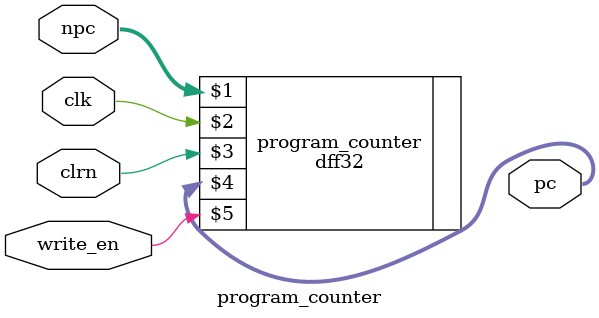
<source format=v>
`timescale 1ns / 1ps
module program_counter(
    clk,
    clrn,
    write_en,
    npc,
    pc
    );
	 input clk, clrn,write_en;
	 input [31:0] npc;		//
	 output [31:0] pc;		//

 	 dff32 program_counter(npc,clk,clrn,pc,write_en);   //
endmodule

</source>
